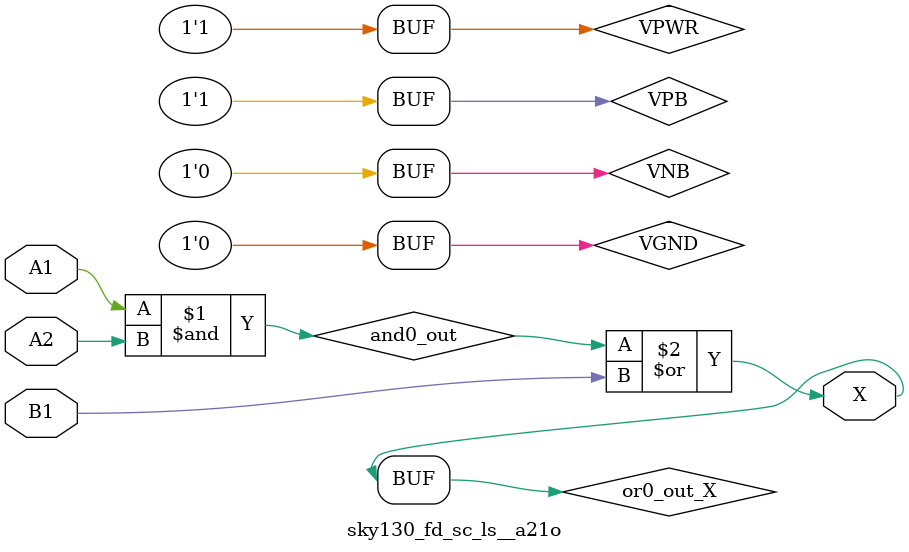
<source format=v>
/*
 * Copyright 2020 The SkyWater PDK Authors
 *
 * Licensed under the Apache License, Version 2.0 (the "License");
 * you may not use this file except in compliance with the License.
 * You may obtain a copy of the License at
 *
 *     https://www.apache.org/licenses/LICENSE-2.0
 *
 * Unless required by applicable law or agreed to in writing, software
 * distributed under the License is distributed on an "AS IS" BASIS,
 * WITHOUT WARRANTIES OR CONDITIONS OF ANY KIND, either express or implied.
 * See the License for the specific language governing permissions and
 * limitations under the License.
 *
 * SPDX-License-Identifier: Apache-2.0
*/


`ifndef SKY130_FD_SC_LS__A21O_TIMING_V
`define SKY130_FD_SC_LS__A21O_TIMING_V

/**
 * a21o: 2-input AND into first input of 2-input OR.
 *
 *       X = ((A1 & A2) | B1)
 *
 * Verilog simulation timing model.
 */

`timescale 1ns / 1ps
`default_nettype none

`celldefine
module sky130_fd_sc_ls__a21o (
    X ,
    A1,
    A2,
    B1
);

    // Module ports
    output X ;
    input  A1;
    input  A2;
    input  B1;

    // Module supplies
    supply1 VPWR;
    supply0 VGND;
    supply1 VPB ;
    supply0 VNB ;

    // Local signals
    wire and0_out ;
    wire or0_out_X;

    //  Name  Output     Other arguments
    and and0 (and0_out , A1, A2         );
    or  or0  (or0_out_X, and0_out, B1   );
    buf buf0 (X        , or0_out_X      );

endmodule
`endcelldefine

`default_nettype wire
`endif  // SKY130_FD_SC_LS__A21O_TIMING_V

</source>
